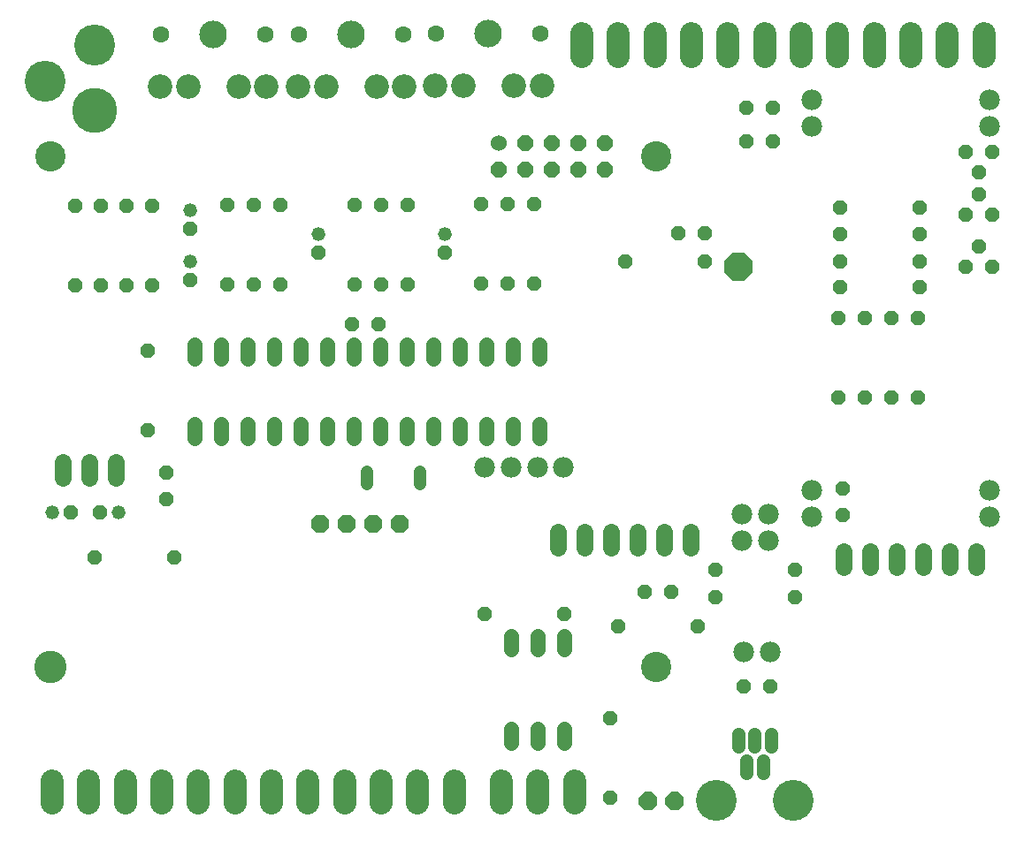
<source format=gbs>
G75*
%MOIN*%
%OFA0B0*%
%FSLAX24Y24*%
%IPPOS*%
%LPD*%
%AMOC8*
5,1,8,0,0,1.08239X$1,22.5*
%
%ADD10C,0.1142*%
%ADD11C,0.1221*%
%ADD12C,0.0560*%
%ADD13OC8,0.0560*%
%ADD14C,0.0480*%
%ADD15OC8,0.0670*%
%ADD16OC8,0.1040*%
%ADD17C,0.1540*%
%ADD18C,0.0516*%
%ADD19C,0.1040*%
%ADD20C,0.0926*%
%ADD21C,0.0631*%
%ADD22OC8,0.0520*%
%ADD23C,0.0520*%
%ADD24C,0.1700*%
%ADD25C,0.1542*%
%ADD26C,0.0640*%
%ADD27C,0.0600*%
%ADD28OC8,0.0600*%
%ADD29C,0.0880*%
%ADD30C,0.0780*%
%ADD31OC8,0.0700*%
D10*
X024839Y007327D03*
X024839Y026618D03*
X002005Y026618D03*
D11*
X002005Y007327D03*
D12*
X007430Y015974D02*
X007430Y016494D01*
X008430Y016494D02*
X008430Y015974D01*
X009430Y015974D02*
X009430Y016494D01*
X010430Y016494D02*
X010430Y015974D01*
X011430Y015974D02*
X011430Y016494D01*
X012430Y016494D02*
X012430Y015974D01*
X013430Y015974D02*
X013430Y016494D01*
X014430Y016494D02*
X014430Y015974D01*
X015430Y015974D02*
X015430Y016494D01*
X016430Y016494D02*
X016430Y015974D01*
X017430Y015974D02*
X017430Y016494D01*
X018430Y016494D02*
X018430Y015974D01*
X019430Y015974D02*
X019430Y016494D01*
X020430Y016494D02*
X020430Y015974D01*
X020430Y018974D02*
X020430Y019494D01*
X019430Y019494D02*
X019430Y018974D01*
X018430Y018974D02*
X018430Y019494D01*
X017430Y019494D02*
X017430Y018974D01*
X016430Y018974D02*
X016430Y019494D01*
X015430Y019494D02*
X015430Y018974D01*
X014430Y018974D02*
X014430Y019494D01*
X013430Y019494D02*
X013430Y018974D01*
X012430Y018974D02*
X012430Y019494D01*
X011430Y019494D02*
X011430Y018974D01*
X010430Y018974D02*
X010430Y019494D01*
X009430Y019494D02*
X009430Y018974D01*
X008430Y018974D02*
X008430Y019494D01*
X007430Y019494D02*
X007430Y018974D01*
X019357Y008516D02*
X019357Y007996D01*
X020357Y007996D02*
X020357Y008516D01*
X021357Y008516D02*
X021357Y007996D01*
X021357Y004996D02*
X021357Y004476D01*
X020357Y004476D02*
X020357Y004996D01*
X019357Y004996D02*
X019357Y004476D01*
D13*
X023107Y005395D03*
X023107Y002395D03*
X028125Y006594D03*
X029125Y006594D03*
X026385Y008858D03*
X027075Y009982D03*
X027075Y010991D03*
X025396Y010180D03*
X024396Y010180D03*
X023385Y008858D03*
X021365Y009324D03*
X018365Y009324D03*
X030075Y009982D03*
X030075Y010991D03*
X031873Y013083D03*
X031873Y014083D03*
X031690Y017498D03*
X032690Y017498D03*
X033690Y017498D03*
X034690Y017498D03*
X034690Y020498D03*
X033690Y020498D03*
X032690Y020498D03*
X031690Y020498D03*
X031753Y021667D03*
X031751Y022638D03*
X031753Y023667D03*
X031753Y024667D03*
X034753Y024667D03*
X034753Y023667D03*
X034751Y022638D03*
X034753Y021667D03*
X036491Y022441D03*
X036991Y023191D03*
X037491Y022441D03*
X037491Y024409D03*
X036991Y025159D03*
X036491Y024409D03*
X036991Y026022D03*
X036491Y026772D03*
X037491Y026772D03*
X029223Y027165D03*
X028223Y027165D03*
X028223Y028445D03*
X029223Y028445D03*
X026664Y023720D03*
X025664Y023720D03*
X026680Y022638D03*
X023680Y022638D03*
X020225Y021809D03*
X019225Y021809D03*
X018225Y021809D03*
X015480Y021784D03*
X014480Y021784D03*
X013480Y021784D03*
X013361Y020276D03*
X014361Y020276D03*
X010680Y021784D03*
X009680Y021784D03*
X008680Y021784D03*
X005845Y021733D03*
X004877Y021733D03*
X003908Y021733D03*
X002936Y021750D03*
X005667Y019284D03*
X005667Y016284D03*
X006381Y014669D03*
X006381Y013669D03*
X006660Y011484D03*
X003660Y011484D03*
X003908Y024733D03*
X002936Y024750D03*
X004877Y024733D03*
X005845Y024733D03*
X008680Y024784D03*
X009680Y024784D03*
X010680Y024784D03*
X013480Y024784D03*
X014480Y024784D03*
X015480Y024784D03*
X018225Y024809D03*
X019225Y024809D03*
X020225Y024809D03*
D14*
X015934Y014696D02*
X015934Y014256D01*
X013934Y014256D02*
X013934Y014696D01*
D15*
X014180Y012734D03*
X013180Y012734D03*
X012180Y012734D03*
X015180Y012734D03*
D16*
X027936Y022441D03*
D17*
X027110Y002299D03*
X029984Y002299D03*
D18*
X028862Y003339D02*
X028862Y003815D01*
X028547Y004327D02*
X028547Y004802D01*
X027917Y004802D02*
X027917Y004327D01*
X028232Y003815D02*
X028232Y003339D01*
X029177Y004327D02*
X029177Y004802D01*
D19*
X018512Y031231D03*
X013341Y031221D03*
X008141Y031221D03*
D20*
X009086Y029253D03*
X010149Y029253D03*
X011333Y029253D03*
X012396Y029253D03*
X014286Y029253D03*
X015349Y029253D03*
X016504Y029262D03*
X017567Y029262D03*
X019457Y029262D03*
X020520Y029262D03*
X007196Y029253D03*
X006133Y029253D03*
D21*
X006172Y031221D03*
X010109Y031221D03*
X011372Y031221D03*
X015309Y031221D03*
X016543Y031231D03*
X020480Y031231D03*
D22*
X016850Y022959D03*
X012100Y022959D03*
X007267Y023885D03*
X007267Y021943D03*
X003864Y013160D03*
X002781Y013182D03*
D23*
X002081Y013182D03*
X004564Y013160D03*
X007267Y022643D03*
X007267Y024585D03*
X012100Y023659D03*
X016850Y023659D03*
D24*
X003680Y028330D03*
D25*
X001790Y029452D03*
X003680Y030791D03*
D26*
X003480Y015084D02*
X003480Y014484D01*
X002480Y014484D02*
X002480Y015084D01*
X004480Y015084D02*
X004480Y014484D01*
X021149Y012427D02*
X021149Y011827D01*
X022149Y011827D02*
X022149Y012427D01*
X023149Y012427D02*
X023149Y011827D01*
X024149Y011827D02*
X024149Y012427D01*
X025149Y012427D02*
X025149Y011827D01*
X026149Y011827D02*
X026149Y012427D01*
X031893Y011717D02*
X031893Y011117D01*
X032893Y011117D02*
X032893Y011717D01*
X033893Y011717D02*
X033893Y011117D01*
X034893Y011117D02*
X034893Y011717D01*
X035893Y011717D02*
X035893Y011117D01*
X036893Y011117D02*
X036893Y011717D01*
D27*
X018902Y027118D03*
D28*
X018902Y026118D03*
X019902Y026118D03*
X020902Y026118D03*
X020902Y027118D03*
X019902Y027118D03*
X021902Y027118D03*
X022902Y027118D03*
X022902Y026118D03*
X021902Y026118D03*
D29*
X002070Y003038D02*
X002070Y002198D01*
X003448Y002198D02*
X003448Y003038D01*
X004826Y003038D02*
X004826Y002198D01*
X006204Y002198D02*
X006204Y003038D01*
X007582Y003038D02*
X007582Y002198D01*
X008960Y002198D02*
X008960Y003038D01*
X010337Y003030D02*
X010337Y002190D01*
X011715Y002190D02*
X011715Y003030D01*
X013093Y003030D02*
X013093Y002190D01*
X014471Y002190D02*
X014471Y003030D01*
X015849Y003030D02*
X015849Y002190D01*
X017227Y002190D02*
X017227Y003030D01*
X018999Y003030D02*
X018999Y002190D01*
X020377Y002190D02*
X020377Y003030D01*
X021755Y003030D02*
X021755Y002190D01*
X022030Y030387D02*
X022030Y031227D01*
X023408Y031227D02*
X023408Y030387D01*
X024786Y030387D02*
X024786Y031227D01*
X026164Y031227D02*
X026164Y030387D01*
X027542Y030387D02*
X027542Y031227D01*
X028920Y031227D02*
X028920Y030387D01*
X030298Y030387D02*
X030298Y031227D01*
X031676Y031227D02*
X031676Y030387D01*
X033054Y030387D02*
X033054Y031227D01*
X034432Y031227D02*
X034432Y030387D01*
X035810Y030387D02*
X035810Y031227D01*
X037188Y031227D02*
X037188Y030387D01*
D30*
X037385Y028756D03*
X037385Y027756D03*
X030692Y027756D03*
X030692Y028756D03*
X021341Y014862D03*
X020357Y014862D03*
X019357Y014862D03*
X018357Y014862D03*
X028055Y013109D03*
X028055Y012109D03*
X029055Y012109D03*
X029055Y013109D03*
X030692Y012992D03*
X030692Y013992D03*
X029119Y007905D03*
X028119Y007905D03*
X037385Y012992D03*
X037385Y013992D03*
D31*
X025532Y002269D03*
X024532Y002269D03*
M02*

</source>
